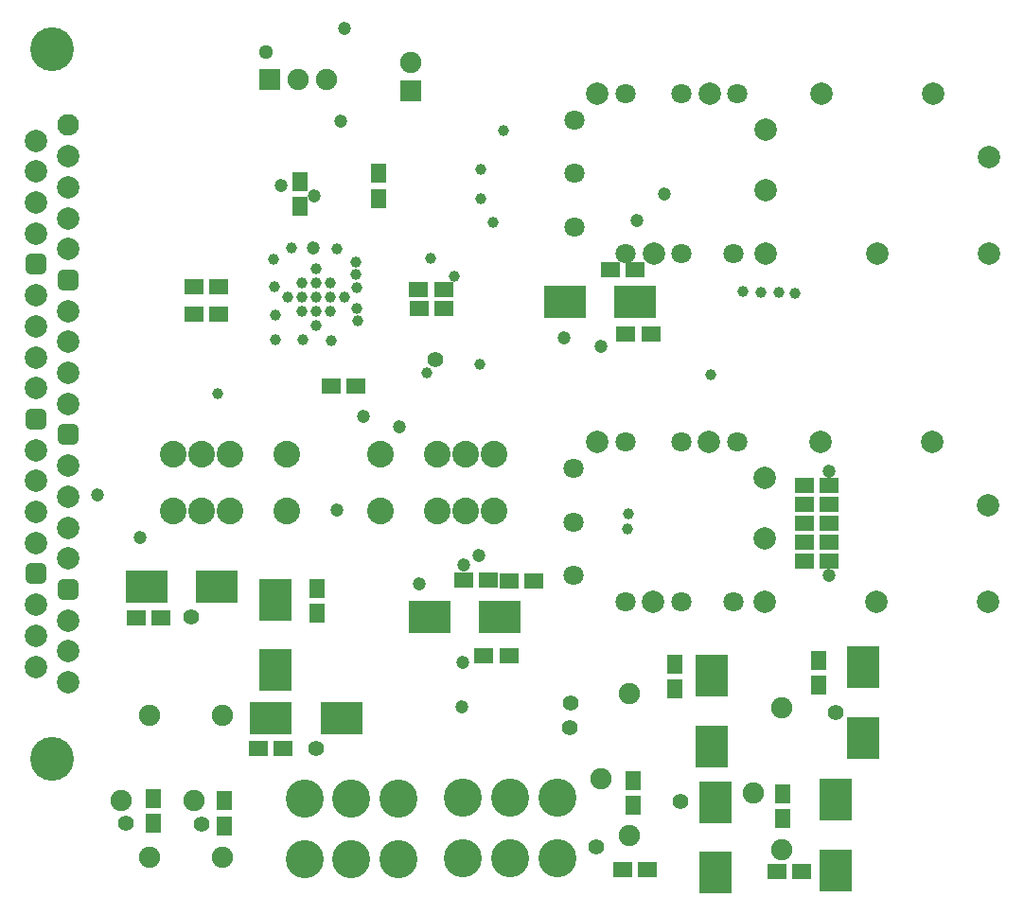
<source format=gbs>
G04*
G04 #@! TF.GenerationSoftware,Altium Limited,Altium Designer,19.1.6 (110)*
G04*
G04 Layer_Color=16711935*
%FSLAX23Y23*%
%MOIN*%
G70*
G01*
G75*
%ADD23R,0.055X0.065*%
%ADD24R,0.146X0.114*%
%ADD25R,0.114X0.146*%
%ADD28R,0.065X0.055*%
%ADD30C,0.055*%
%ADD31C,0.039*%
%ADD32C,0.075*%
%ADD33C,0.079*%
%ADD34C,0.071*%
%ADD35C,0.134*%
%ADD36C,0.051*%
%ADD37C,0.094*%
%ADD38R,0.075X0.075*%
%ADD39R,0.075X0.075*%
G04:AMPARAMS|DCode=40|XSize=76mil|YSize=76mil|CornerRadius=23mil|HoleSize=0mil|Usage=FLASHONLY|Rotation=270.000|XOffset=0mil|YOffset=0mil|HoleType=Round|Shape=RoundedRectangle|*
%AMROUNDEDRECTD40*
21,1,0.076,0.030,0,0,270.0*
21,1,0.030,0.076,0,0,270.0*
1,1,0.046,-0.015,-0.015*
1,1,0.046,-0.015,0.015*
1,1,0.046,0.015,0.015*
1,1,0.046,0.015,-0.015*
%
%ADD40ROUNDEDRECTD40*%
%ADD41C,0.076*%
%ADD42C,0.154*%
%ADD43C,0.047*%
D23*
X807Y424D02*
D03*
Y337D02*
D03*
X557Y431D02*
D03*
Y344D02*
D03*
X2247Y410D02*
D03*
Y497D02*
D03*
X2775Y361D02*
D03*
Y448D02*
D03*
X2396Y818D02*
D03*
Y905D02*
D03*
X2900Y833D02*
D03*
Y920D02*
D03*
X1353Y2634D02*
D03*
Y2547D02*
D03*
X1075Y2606D02*
D03*
Y2519D02*
D03*
X1135Y1085D02*
D03*
Y1172D02*
D03*
D24*
X1220Y717D02*
D03*
X972D02*
D03*
X782Y1178D02*
D03*
X534D02*
D03*
X2255Y2182D02*
D03*
X2007D02*
D03*
X1779Y1073D02*
D03*
X1531D02*
D03*
D25*
X2524Y865D02*
D03*
Y617D02*
D03*
X2537Y420D02*
D03*
Y172D02*
D03*
X2963Y428D02*
D03*
Y180D02*
D03*
X3058Y894D02*
D03*
Y646D02*
D03*
X987Y1132D02*
D03*
Y884D02*
D03*
D28*
X1897Y1199D02*
D03*
X1810D02*
D03*
X927Y610D02*
D03*
X1014D02*
D03*
X499Y1069D02*
D03*
X586D02*
D03*
X2210Y183D02*
D03*
X2297D02*
D03*
X2756Y177D02*
D03*
X2843D02*
D03*
X2852Y1268D02*
D03*
X2939D02*
D03*
X2852Y1403D02*
D03*
X2939D02*
D03*
X2852Y1335D02*
D03*
X2939D02*
D03*
X2852Y1470D02*
D03*
X2939D02*
D03*
X2852Y1537D02*
D03*
X2939D02*
D03*
X1273Y1886D02*
D03*
X1186D02*
D03*
X2223Y2068D02*
D03*
X2310D02*
D03*
X2254Y2294D02*
D03*
X2167D02*
D03*
X1723Y937D02*
D03*
X1810D02*
D03*
X1739Y1201D02*
D03*
X1652D02*
D03*
X1581Y2159D02*
D03*
X1494D02*
D03*
X1580Y2226D02*
D03*
X1493D02*
D03*
X787Y2139D02*
D03*
X700D02*
D03*
X789Y2237D02*
D03*
X702D02*
D03*
D30*
X2118Y261D02*
D03*
X2029Y768D02*
D03*
X2024Y683D02*
D03*
X462Y344D02*
D03*
X727Y343D02*
D03*
X2538Y170D02*
D03*
X1552Y1980D02*
D03*
X2506Y897D02*
D03*
X991Y1170D02*
D03*
X516Y1191D02*
D03*
X692Y1071D02*
D03*
X948Y692D02*
D03*
X1133Y610D02*
D03*
X1810Y937D02*
D03*
X2961Y735D02*
D03*
X3064Y909D02*
D03*
X2540Y419D02*
D03*
X2416Y421D02*
D03*
D31*
X1271Y2323D02*
D03*
X1272Y2279D02*
D03*
X1277Y2116D02*
D03*
X1184Y2047D02*
D03*
X1086Y2049D02*
D03*
X987Y2048D02*
D03*
X980Y2333D02*
D03*
X1046Y2371D02*
D03*
X1204Y2370D02*
D03*
X2309Y2067D02*
D03*
X1792Y2786D02*
D03*
X1709Y1962D02*
D03*
X1619Y2271D02*
D03*
X1493Y2226D02*
D03*
X1711Y2650D02*
D03*
Y2547D02*
D03*
X1756Y2463D02*
D03*
X1536Y2336D02*
D03*
X1523Y1932D02*
D03*
X2852Y1470D02*
D03*
Y1537D02*
D03*
X2853Y1267D02*
D03*
X1030Y2200D02*
D03*
X1230D02*
D03*
X1130Y2100D02*
D03*
Y2300D02*
D03*
X1080Y2150D02*
D03*
X1130D02*
D03*
X1180D02*
D03*
X1080Y2200D02*
D03*
X1130D02*
D03*
X1180D02*
D03*
X1080Y2250D02*
D03*
X1130D02*
D03*
X1180D02*
D03*
X2521Y1925D02*
D03*
X2761Y2215D02*
D03*
X2698Y2217D02*
D03*
X2636Y2218D02*
D03*
X2818Y2212D02*
D03*
X2229Y1383D02*
D03*
X1811Y1199D02*
D03*
X2230Y1434D02*
D03*
X2853Y1399D02*
D03*
X2853Y1336D02*
D03*
X784Y1860D02*
D03*
X1284Y1887D02*
D03*
X1275Y2159D02*
D03*
X1274Y2231D02*
D03*
X1352Y2551D02*
D03*
X987Y2136D02*
D03*
X986Y2237D02*
D03*
D32*
X2136Y503D02*
D03*
X2236Y303D02*
D03*
Y803D02*
D03*
X2673Y451D02*
D03*
X2773Y251D02*
D03*
Y751D02*
D03*
X700Y425D02*
D03*
X800Y225D02*
D03*
Y725D02*
D03*
X446Y425D02*
D03*
X546Y225D02*
D03*
Y725D02*
D03*
X1465Y3026D02*
D03*
X1067Y2964D02*
D03*
X1167D02*
D03*
D33*
X2712Y1127D02*
D03*
X2515Y1688D02*
D03*
X2121D02*
D03*
X2318Y1127D02*
D03*
X2712Y1350D02*
D03*
Y1563D02*
D03*
X2909Y1688D02*
D03*
X3303D02*
D03*
X3106Y1127D02*
D03*
X3499D02*
D03*
X3499Y1465D02*
D03*
X2714Y2353D02*
D03*
X2517Y2914D02*
D03*
X2123D02*
D03*
X2320Y2353D02*
D03*
X2714Y2576D02*
D03*
Y2789D02*
D03*
X2910Y2914D02*
D03*
X3304D02*
D03*
X3107Y2353D02*
D03*
X3501D02*
D03*
X3501Y2691D02*
D03*
X257Y842D02*
D03*
X145Y897D02*
D03*
Y1006D02*
D03*
Y1115D02*
D03*
X257Y1060D02*
D03*
Y1387D02*
D03*
X145Y1333D02*
D03*
Y1442D02*
D03*
X257Y1496D02*
D03*
Y1278D02*
D03*
Y1605D02*
D03*
X145Y1660D02*
D03*
X257Y1932D02*
D03*
X145Y1987D02*
D03*
Y1878D02*
D03*
X257Y2041D02*
D03*
X145Y2096D02*
D03*
Y2205D02*
D03*
X257Y2368D02*
D03*
Y2586D02*
D03*
Y2477D02*
D03*
X145Y2532D02*
D03*
Y2641D02*
D03*
X257Y2695D02*
D03*
Y951D02*
D03*
Y2150D02*
D03*
X145Y1551D02*
D03*
X257Y1823D02*
D03*
X145Y2750D02*
D03*
Y2423D02*
D03*
D34*
X2602Y1127D02*
D03*
X2614Y1688D02*
D03*
X2039Y1219D02*
D03*
Y1407D02*
D03*
Y1596D02*
D03*
X2417Y1127D02*
D03*
X2220D02*
D03*
Y1688D02*
D03*
X2417D02*
D03*
X2603Y2353D02*
D03*
X2615Y2914D02*
D03*
X2040Y2445D02*
D03*
Y2634D02*
D03*
Y2822D02*
D03*
X2418Y2353D02*
D03*
X2221D02*
D03*
Y2914D02*
D03*
X2418D02*
D03*
D35*
X1981Y222D02*
D03*
X1649Y435D02*
D03*
Y222D02*
D03*
X1981Y435D02*
D03*
X1815Y222D02*
D03*
Y435D02*
D03*
X1256Y431D02*
D03*
Y218D02*
D03*
X1422Y431D02*
D03*
X1090Y218D02*
D03*
Y431D02*
D03*
X1422Y218D02*
D03*
D36*
X955Y3062D02*
D03*
D37*
X1029Y1447D02*
D03*
X829D02*
D03*
X729D02*
D03*
X629D02*
D03*
X1029Y1647D02*
D03*
X829D02*
D03*
X729D02*
D03*
X629D02*
D03*
X1358Y1645D02*
D03*
X1558D02*
D03*
X1658D02*
D03*
X1758D02*
D03*
X1358Y1445D02*
D03*
X1558D02*
D03*
X1658D02*
D03*
X1758D02*
D03*
D38*
X1465Y2926D02*
D03*
D39*
X967Y2964D02*
D03*
D40*
X257Y1169D02*
D03*
Y1714D02*
D03*
X145Y1769D02*
D03*
Y2314D02*
D03*
X257Y2259D02*
D03*
X145Y1224D02*
D03*
D41*
X257Y2804D02*
D03*
D42*
X201Y573D02*
D03*
Y3073D02*
D03*
D43*
X2136Y2026D02*
D03*
X2006Y2054D02*
D03*
X1231Y3145D02*
D03*
X1645Y755D02*
D03*
X1648Y912D02*
D03*
X1494Y1188D02*
D03*
X1218Y2819D02*
D03*
X1008Y2592D02*
D03*
X2357Y2563D02*
D03*
X2262Y2468D02*
D03*
X2939Y1220D02*
D03*
Y1586D02*
D03*
X1426Y1743D02*
D03*
X1297Y1780D02*
D03*
X1650Y1256D02*
D03*
X1704Y1288D02*
D03*
X511Y1353D02*
D03*
X360Y1502D02*
D03*
X1123Y2371D02*
D03*
X1125Y2555D02*
D03*
X1204Y1450D02*
D03*
M02*

</source>
